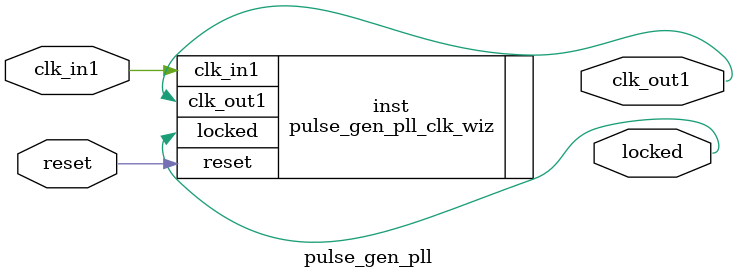
<source format=v>


`timescale 1ps/1ps

(* CORE_GENERATION_INFO = "pulse_gen_pll,clk_wiz_v5_3_3_0,{component_name=pulse_gen_pll,use_phase_alignment=true,use_min_o_jitter=false,use_max_i_jitter=false,use_dyn_phase_shift=false,use_inclk_switchover=false,use_dyn_reconfig=false,enable_axi=0,feedback_source=FDBK_AUTO,PRIMITIVE=MMCM,num_out_clk=1,clkin1_period=10.0,clkin2_period=10.0,use_power_down=false,use_reset=true,use_locked=true,use_inclk_stopped=false,feedback_type=SINGLE,CLOCK_MGR_TYPE=NA,manual_override=false}" *)

module pulse_gen_pll 
 (
  // Clock out ports
  output        clk_out1,
  // Status and control signals
  input         reset,
  output        locked,
 // Clock in ports
  input         clk_in1
 );

  pulse_gen_pll_clk_wiz inst
  (
  // Clock out ports  
  .clk_out1(clk_out1),
  // Status and control signals               
  .reset(reset), 
  .locked(locked),
 // Clock in ports
  .clk_in1(clk_in1)
  );

endmodule

</source>
